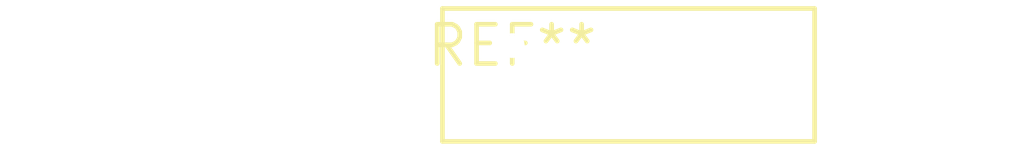
<source format=kicad_pcb>
(kicad_pcb (version 20240108) (generator pcbnew)
  (layers (0 "F.Cu" signal) (31 "B.Cu" signal) (34 "B.Paste" user) (35 "F.Paste" user) (36 "B.SilkS" user "B.Silkscreen") (37 "F.SilkS" user "F.Silkscreen") (38 "B.Mask" user) (39 "F.Mask" user) (44 "Edge.Cuts" user))
  (net 0 "")
  (footprint "RV_Disc_D12mm_W4.3mm_P7.5mm" (layer "F.Cu") (at 0 0)
    (property "Reference" "REF**")
    (property "Value" "RV_Disc_D12mm_W4.3mm_P7.5mm")
    (fp_line (start -2.25 -1.2) (end -2.25 3.1) (layer "F.SilkS") (stroke (width 0.15)))
    (fp_line (start -2.25 -1.2) (end 9.75 -1.2) (layer "F.SilkS") (stroke (width 0.15)))
    (fp_line (start -2.25 3.1) (end 9.75 3.1) (layer "F.SilkS") (stroke (width 0.15)))
    (fp_line (start 9.75 -1.2) (end 9.75 3.1) (layer "F.SilkS") (stroke (width 0.15)))
    (pad "1" thru_hole circle (at 0 0) (size 1.8 1.8) (drill 0.8) (layers *.Cu *.Mask) (remove_unused_layers))
    (pad "2" thru_hole circle (at 7.5 1.9) (size 1.8 1.8) (drill 0.8) (layers *.Cu *.Mask) (remove_unused_layers))
  )
)
</source>
